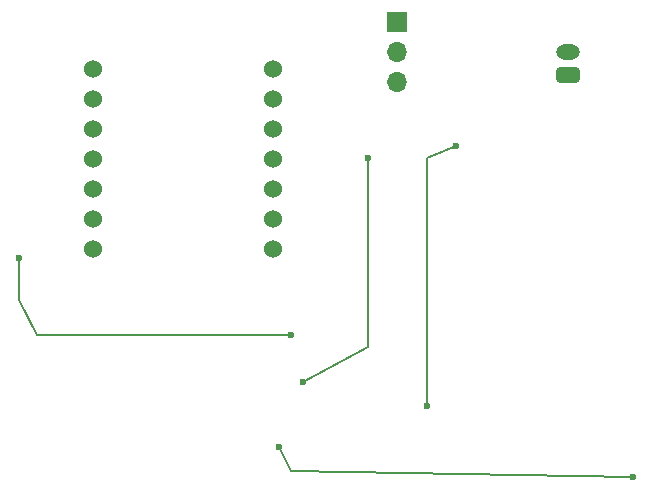
<source format=gbr>
%TF.GenerationSoftware,KiCad,Pcbnew,8.0.8*%
%TF.CreationDate,2025-02-16T12:10:03-08:00*%
%TF.ProjectId,514_pcb,3531345f-7063-4622-9e6b-696361645f70,rev?*%
%TF.SameCoordinates,Original*%
%TF.FileFunction,Copper,L2,Bot*%
%TF.FilePolarity,Positive*%
%FSLAX46Y46*%
G04 Gerber Fmt 4.6, Leading zero omitted, Abs format (unit mm)*
G04 Created by KiCad (PCBNEW 8.0.8) date 2025-02-16 12:10:03*
%MOMM*%
%LPD*%
G01*
G04 APERTURE LIST*
G04 Aperture macros list*
%AMRoundRect*
0 Rectangle with rounded corners*
0 $1 Rounding radius*
0 $2 $3 $4 $5 $6 $7 $8 $9 X,Y pos of 4 corners*
0 Add a 4 corners polygon primitive as box body*
4,1,4,$2,$3,$4,$5,$6,$7,$8,$9,$2,$3,0*
0 Add four circle primitives for the rounded corners*
1,1,$1+$1,$2,$3*
1,1,$1+$1,$4,$5*
1,1,$1+$1,$6,$7*
1,1,$1+$1,$8,$9*
0 Add four rect primitives between the rounded corners*
20,1,$1+$1,$2,$3,$4,$5,0*
20,1,$1+$1,$4,$5,$6,$7,0*
20,1,$1+$1,$6,$7,$8,$9,0*
20,1,$1+$1,$8,$9,$2,$3,0*%
G04 Aperture macros list end*
%TA.AperFunction,Conductor*%
%ADD10C,0.200000*%
%TD*%
%TA.AperFunction,ComponentPad*%
%ADD11C,1.524000*%
%TD*%
%TA.AperFunction,ComponentPad*%
%ADD12R,1.700000X1.700000*%
%TD*%
%TA.AperFunction,ComponentPad*%
%ADD13O,1.700000X1.700000*%
%TD*%
%TA.AperFunction,ComponentPad*%
%ADD14RoundRect,0.250000X0.750000X0.400000X-0.750000X0.400000X-0.750000X-0.400000X0.750000X-0.400000X0*%
%TD*%
%TA.AperFunction,ComponentPad*%
%ADD15O,2.000000X1.300000*%
%TD*%
%TA.AperFunction,ViaPad*%
%ADD16C,0.600000*%
%TD*%
G04 APERTURE END LIST*
D10*
%TO.N,GND*%
X117500000Y-83500000D02*
X120000000Y-82500000D01*
X117500000Y-104500000D02*
X117500000Y-83500000D01*
%TO.N,Net-(MK1-VDD)*%
X112500000Y-99500000D02*
X112500000Y-83500000D01*
%TO.N,Net-(MK1-WS)*%
X106000000Y-110000000D02*
X135000000Y-110500000D01*
%TO.N,Net-(MK1-VDD)*%
X107000000Y-102500000D02*
X112500000Y-99500000D01*
%TO.N,Net-(MK1-BCLK)*%
X83000000Y-95500000D02*
X83000000Y-92000000D01*
X106000000Y-98500000D02*
X84500000Y-98500000D01*
X84500000Y-98500000D02*
X83000000Y-95500000D01*
%TO.N,Net-(MK1-WS)*%
X105000000Y-108000000D02*
X106000000Y-110000000D01*
%TD*%
D11*
%TO.P,U1,1,GPIO1/D0/A0*%
%TO.N,unconnected-(U1-GPIO1{slash}D0{slash}A0-Pad1)_1*%
X89260000Y-75960000D03*
%TO.P,U1,2,GPIO2/DA/A1*%
%TO.N,unconnected-(U1-GPIO2{slash}DA{slash}A1-Pad2)_1*%
X89260000Y-78500000D03*
%TO.P,U1,3,GPIO3/D2/A2*%
%TO.N,unconnected-(U1-GPIO3{slash}D2{slash}A2-Pad3)*%
X89260000Y-81040000D03*
%TO.P,U1,4,GPIO4/D3/A3*%
%TO.N,unconnected-(U1-GPIO4{slash}D3{slash}A3-Pad4)*%
X89260000Y-83580000D03*
%TO.P,U1,5,GPIO5/D4/I2C_SDA*%
%TO.N,Net-(MK1-WS)*%
X89260000Y-86120000D03*
%TO.P,U1,6,GPIO9/D5/I2C_SCL*%
%TO.N,Net-(MK1-BCLK)*%
X89260000Y-88660000D03*
%TO.P,U1,7,U0TXD/D6/TX*%
%TO.N,Net-(MK1-DATA)*%
X89260000Y-91200000D03*
%TO.P,U1,8,U0RXD/D7/RX*%
%TO.N,unconnected-(U1-U0RXD{slash}D7{slash}RX-Pad8)_1*%
X104500000Y-91200000D03*
%TO.P,U1,9,GPIO7/D8/A8/SCK*%
%TO.N,Net-(D1-CI)*%
X104500000Y-88660000D03*
%TO.P,U1,10,GPIO8/D9/A9/MISO*%
%TO.N,unconnected-(U1-GPIO8{slash}D9{slash}A9{slash}MISO-Pad10)_1*%
X104500000Y-86120000D03*
%TO.P,U1,11,GPIO9/D10/A10/MOSI*%
%TO.N,Net-(D1-DI)*%
X104500000Y-83580000D03*
%TO.P,U1,12,VCC_3V3*%
%TO.N,Net-(MK1-VDD)*%
X104500000Y-81040000D03*
%TO.P,U1,13,GND*%
%TO.N,GND*%
X104500000Y-78500000D03*
%TO.P,U1,14,VBUS*%
%TO.N,Net-(SW1-A)*%
X104500000Y-75960000D03*
%TD*%
D12*
%TO.P,SW1,1,A*%
%TO.N,Net-(SW1-A)*%
X115000000Y-72000000D03*
D13*
%TO.P,SW1,2,B*%
%TO.N,Net-(BT1-+)*%
X115000000Y-74540000D03*
%TO.P,SW1,3,C*%
%TO.N,unconnected-(SW1-C-Pad3)*%
X115000000Y-77080000D03*
%TD*%
D14*
%TO.P,BT1,1,+*%
%TO.N,Net-(BT1-+)*%
X129500000Y-76500000D03*
D15*
%TO.P,BT1,2,-*%
%TO.N,GND*%
X129500000Y-74500000D03*
%TD*%
D16*
%TO.N,GND*%
X120000000Y-82500000D03*
X117500000Y-104500000D03*
%TO.N,Net-(MK1-VDD)*%
X107000000Y-102500000D03*
X112500000Y-83500000D03*
%TO.N,Net-(MK1-WS)*%
X105000000Y-108000000D03*
X135000000Y-110500000D03*
%TO.N,Net-(MK1-BCLK)*%
X83000000Y-92000000D03*
X106000000Y-98500000D03*
%TD*%
M02*

</source>
